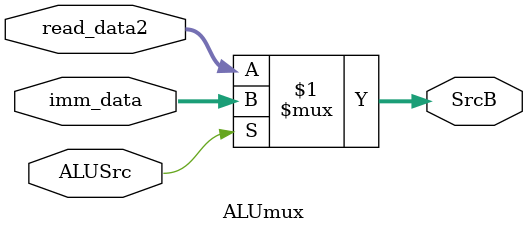
<source format=sv>

module ALUmux(SrcB, read_data2, imm_data, ALUSrc);
	output logic [31:0] SrcB;
	input logic [31:0] read_data2, imm_data;
	input logic ALUSrc;

assign SrcB = ALUSrc ? imm_data : read_data2;

endmodule
</source>
